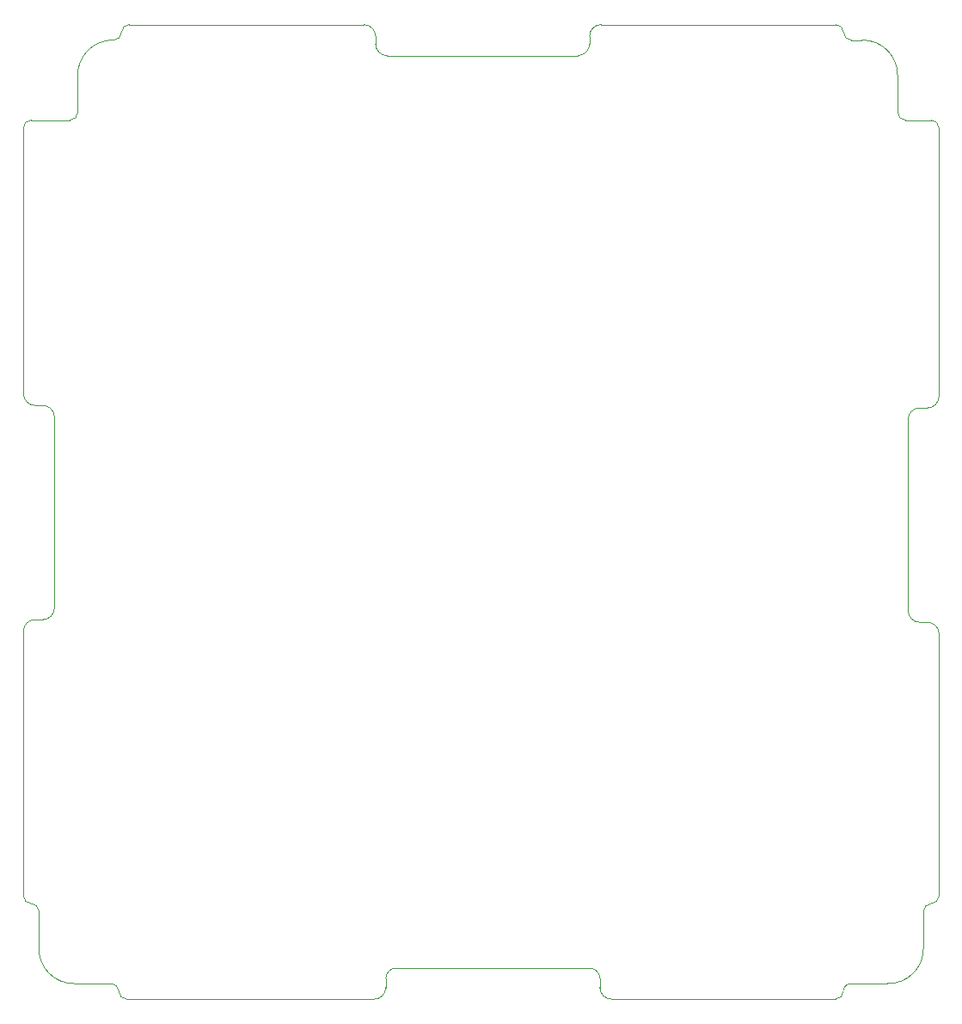
<source format=gm1>
G04 #@! TF.GenerationSoftware,KiCad,Pcbnew,(6.0.7-1)-1*
G04 #@! TF.CreationDate,2023-04-16T23:23:25-04:00*
G04 #@! TF.ProjectId,camm-brd,63616d6d-2d62-4726-942e-6b696361645f,rev?*
G04 #@! TF.SameCoordinates,Original*
G04 #@! TF.FileFunction,Profile,NP*
%FSLAX46Y46*%
G04 Gerber Fmt 4.6, Leading zero omitted, Abs format (unit mm)*
G04 Created by KiCad (PCBNEW (6.0.7-1)-1) date 2023-04-16 23:23:25*
%MOMM*%
%LPD*%
G01*
G04 APERTURE LIST*
G04 #@! TA.AperFunction,Profile*
%ADD10C,0.100000*%
G04 #@! TD*
G04 APERTURE END LIST*
D10*
X142748000Y-46990000D02*
X119643162Y-46990000D01*
X166116000Y-46990000D02*
X166878000Y-46990000D01*
X143891000Y-48895000D02*
X143891000Y-48133000D01*
X166116000Y-46990000D02*
G75*
G03*
X164973000Y-48133000I0J-1143000D01*
G01*
X164973000Y-48895000D02*
X164973000Y-48133000D01*
X163830000Y-50038000D02*
X145034000Y-50038000D01*
X163830000Y-50038000D02*
G75*
G03*
X164973000Y-48895000I0J1143000D01*
G01*
X143891000Y-48895000D02*
G75*
G03*
X145034000Y-50038000I1143000J0D01*
G01*
X143891000Y-48133000D02*
G75*
G03*
X142748000Y-46990000I-1143000J0D01*
G01*
X165989000Y-140843000D02*
X165989000Y-141732000D01*
X198628000Y-133477000D02*
G75*
G03*
X197866000Y-134239000I0J-762000D01*
G01*
X115951000Y-141351000D02*
X114808000Y-141351000D01*
X110363000Y-105537000D02*
G75*
G03*
X109220000Y-106680000I0J-1143000D01*
G01*
X117856000Y-141351000D02*
X115951000Y-141351000D01*
X118618000Y-142113000D02*
G75*
G03*
X119380000Y-142875000I762000J0D01*
G01*
X199390000Y-83566000D02*
X199390000Y-57150000D01*
X118618000Y-142113000D02*
G75*
G03*
X117856000Y-141351000I-762000J0D01*
G01*
X109220000Y-132715000D02*
G75*
G03*
X109982000Y-133477000I762000J0D01*
G01*
X114563162Y-52079162D02*
X114572324Y-55626000D01*
X190754000Y-48514000D02*
X191760838Y-48514000D01*
X110744000Y-134239000D02*
G75*
G03*
X109982000Y-133477000I-762000J0D01*
G01*
X112268000Y-85598000D02*
G75*
G03*
X111125000Y-84455000I-1143000J0D01*
G01*
X144907000Y-140843000D02*
X144907000Y-141732000D01*
X110744000Y-134239000D02*
X110744000Y-137795000D01*
X189992000Y-47752000D02*
G75*
G03*
X189230000Y-46990000I-762000J0D01*
G01*
X190754001Y-141350983D02*
G75*
G03*
X189961185Y-142113000I-30201J-762017D01*
G01*
X189992000Y-47752000D02*
G75*
G03*
X190754000Y-48514000I762000J0D01*
G01*
X198247000Y-84709000D02*
G75*
G03*
X199390000Y-83566000I0J1143000D01*
G01*
X199390000Y-57150000D02*
G75*
G03*
X198628000Y-56388000I-762000J0D01*
G01*
X118119163Y-48513979D02*
G75*
G03*
X114563162Y-52079162I-105263J-3451021D01*
G01*
X195326000Y-55626000D02*
G75*
G03*
X196088000Y-56388000I762000J0D01*
G01*
X196088000Y-56388000D02*
X198628000Y-56388000D01*
X109982000Y-56388000D02*
X113810324Y-56388000D01*
X109220000Y-106680000D02*
X109220000Y-132715000D01*
X190754000Y-141351000D02*
X194300839Y-141341838D01*
X194300839Y-141341839D02*
G75*
G03*
X197856839Y-137785838I113861J3442139D01*
G01*
X197485000Y-84709000D02*
G75*
G03*
X196342000Y-85852000I0J-1143000D01*
G01*
X119643162Y-46989962D02*
G75*
G03*
X118881162Y-47752000I38J-762038D01*
G01*
X166878000Y-46990000D02*
X189230000Y-46990000D01*
X110744000Y-137795000D02*
G75*
G03*
X114300000Y-141351000I3442100J-113900D01*
G01*
X165989000Y-141732000D02*
G75*
G03*
X167132000Y-142875000I1143000J0D01*
G01*
X196342000Y-104648000D02*
G75*
G03*
X197485000Y-105791000I1143000J0D01*
G01*
X167132000Y-142875000D02*
X189199185Y-142875000D01*
X196342000Y-104648000D02*
X196342000Y-85852000D01*
X199390000Y-132715000D02*
X199390000Y-106934000D01*
X119380000Y-142875000D02*
X143764000Y-142875000D01*
X110363000Y-84455000D02*
X111125000Y-84455000D01*
X109982000Y-56388000D02*
G75*
G03*
X109220000Y-57150000I0J-762000D01*
G01*
X197485000Y-105791000D02*
X198247000Y-105791000D01*
X198628000Y-133477000D02*
G75*
G03*
X199390000Y-132715000I0J762000D01*
G01*
X145923000Y-139827000D02*
X164973000Y-139827000D01*
X145923000Y-139827000D02*
G75*
G03*
X144907000Y-140843000I0J-1016000D01*
G01*
X165989000Y-140843000D02*
G75*
G03*
X164973000Y-139827000I-1016000J0D01*
G01*
X143764000Y-142875000D02*
G75*
G03*
X144907000Y-141732000I0J1143000D01*
G01*
X199390000Y-106934000D02*
G75*
G03*
X198247000Y-105791000I-1143000J0D01*
G01*
X118119162Y-48513962D02*
G75*
G03*
X118881162Y-47752000I38J761962D01*
G01*
X197485000Y-84709000D02*
X198247000Y-84709000D01*
X112268000Y-85598000D02*
X112268000Y-104394000D01*
X111125000Y-105537000D02*
G75*
G03*
X112268000Y-104394000I0J1143000D01*
G01*
X113810324Y-56388024D02*
G75*
G03*
X114572324Y-55626000I-24J762024D01*
G01*
X109220000Y-57150000D02*
X109220000Y-83312000D01*
X197856839Y-137785838D02*
X197866000Y-134239000D01*
X114808000Y-141351000D02*
X114300000Y-141351000D01*
X110363000Y-105537000D02*
X111125000Y-105537000D01*
X195316817Y-52079161D02*
G75*
G03*
X191760838Y-48514000I-3450717J114161D01*
G01*
X109220000Y-83312000D02*
G75*
G03*
X110363000Y-84455000I1143000J0D01*
G01*
X189199185Y-142874985D02*
G75*
G03*
X189961185Y-142113000I15J761985D01*
G01*
X195316838Y-52079162D02*
X195326000Y-55626000D01*
M02*

</source>
